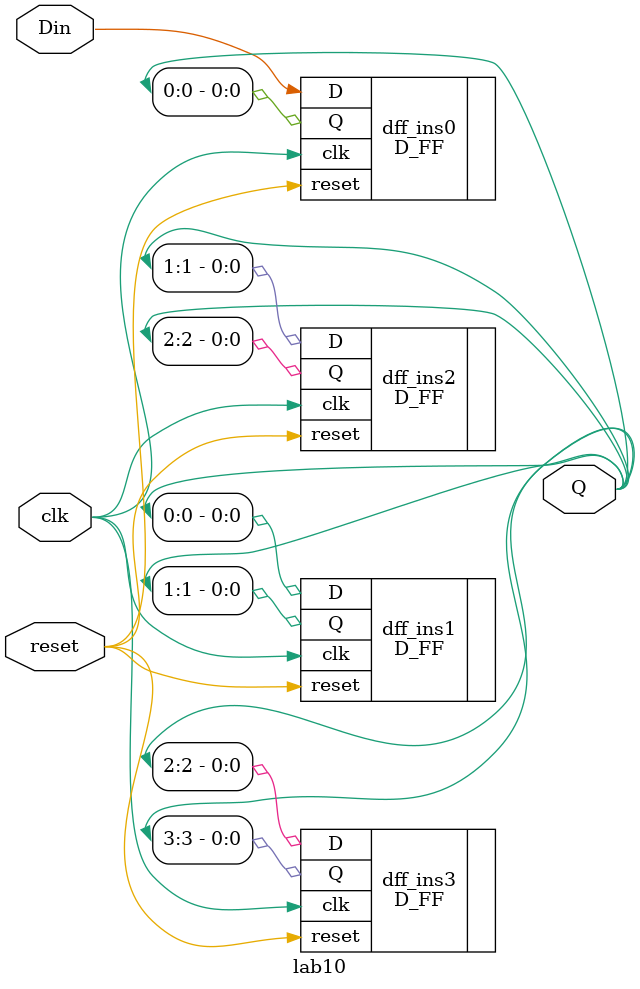
<source format=v>
module lab10 (input clk, input reset, input Din, output [3:0] Q);

D_FF dff_ins0 (
    .D(Din),
    .clk(clk),
    .reset(reset),
    .Q(Q[0])
);
D_FF dff_ins1 (
    .D(Q[0]),
    .clk(clk),
    .reset(reset),
    .Q(Q[1])
);
D_FF dff_ins2 (
    .D(Q[1]),
    .clk(clk),
    .reset(reset),
    .Q(Q[2])
);
D_FF dff_ins3 (
    .D(Q[2]),
    .clk(clk),
    .reset(reset),
    .Q(Q[3])
);


endmodule
</source>
